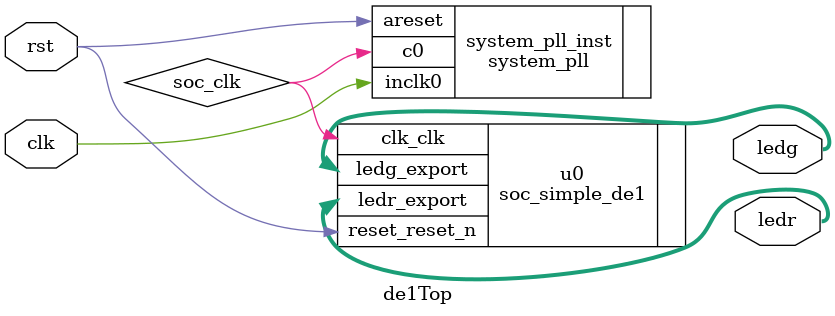
<source format=v>
module de1Top (
	input clk, rst,
	output [7:0] ledg,
	output [9:0] ledr
);
	wire soc_clk;
	
	system_pll	system_pll_inst (
		.areset ( rst ),
		.inclk0 ( clk ),
		.c0 ( soc_clk )
	);
	
	soc_simple_de1 u0 (
		.clk_clk       (soc_clk), //   clk.clk
		.reset_reset_n (rst), 		// reset.reset_n
		.ledg_export   (ledg),   	//  ledg.export
		.ledr_export   (ledr)    	//  ledr.export
	);
endmodule 
</source>
